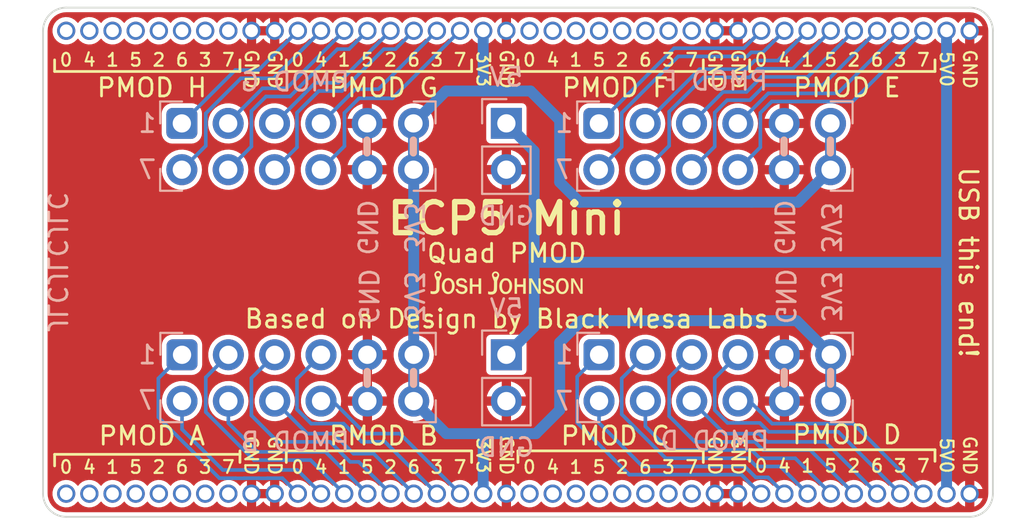
<source format=kicad_pcb>
(kicad_pcb (version 20201002) (generator pcbnew)
  (title_block (title "Quad PMOD") (date "2020-09-20") (rev "0.1") (company "Josh Johnson"))
  (layers (0 "F.Cu" signal) (31 "B.Cu" signal) (34 "B.Paste" user) (35 "F.Paste" user) (36 "B.SilkS" user "B.Silkscreen") (37 "F.SilkS" user "F.Silkscreen") (38 "B.Mask" user) (39 "F.Mask" user) (44 "Edge.Cuts" user))
  (net 0 "")
  (net 1 "/PORT_B0")
  (net 2 "/PORT_B4")
  (net 3 "/PORT_B1")
  (net 4 "/PORT_B5")
  (net 5 "/PORT_B2")
  (net 6 "/PORT_B6")
  (net 7 "/PORT_B3")
  (net 8 "/PORT_B7")
  (net 9 "/PORT_C0")
  (net 10 "/PORT_C4")
  (net 11 "/PORT_C1")
  (net 12 "/PORT_C5")
  (net 13 "/PORT_C2")
  (net 14 "/PORT_C6")
  (net 15 "/PORT_C3")
  (net 16 "/PORT_C7")
  (net 17 "/PORT_D0")
  (net 18 "/PORT_D4")
  (net 19 "/PORT_D1")
  (net 20 "/PORT_D5")
  (net 21 "/PORT_D2")
  (net 22 "/PORT_D6")
  (net 23 "/PORT_D3")
  (net 24 "/PORT_D7")
  (net 25 "/PORT_G0")
  (net 26 "/PORT_G4")
  (net 27 "/PORT_G1")
  (net 28 "/PORT_G5")
  (net 29 "/PORT_G2")
  (net 30 "/PORT_G6")
  (net 31 "/PORT_G3")
  (net 32 "/PORT_G7")
  (net 33 "/PORT_F0")
  (net 34 "/PORT_F4")
  (net 35 "/PORT_F1")
  (net 36 "/PORT_F5")
  (net 37 "/PORT_F2")
  (net 38 "/PORT_F6")
  (net 39 "/PORT_F3")
  (net 40 "/PORT_F7")
  (net 41 "/PORT_E0")
  (net 42 "GND")
  (net 43 "+5V")
  (net 44 "/PORT_E4")
  (net 45 "/PORT_E1")
  (net 46 "/PORT_E5")
  (net 47 "/PORT_E2")
  (net 48 "+3V3")
  (net 49 "/PORT_E6")
  (net 50 "/PORT_E3")
  (net 51 "/PORT_E7")
  (net 52 "/PORT_H7")
  (net 53 "/PORT_H3")
  (net 54 "/PORT_H6")
  (net 55 "/PORT_H2")
  (net 56 "/PORT_H5")
  (net 57 "/PORT_H1")
  (net 58 "/PORT_H4")
  (net 59 "/PORT_H0")
  (net 60 "/PORT_A0")
  (net 61 "/PORT_A4")
  (net 62 "/PORT_A1")
  (net 63 "/PORT_A5")
  (net 64 "/PORT_A2")
  (net 65 "/PORT_A6")
  (net 66 "/PORT_A3")
  (net 67 "/PORT_A7")
  (module "josh-connectors:ECP5-Mini-Edge-40x1.27" (layer "F.Cu") (at 117.348 80.264 90)
    (fp_text reference "J4" hide)
    (fp_text value "S7 Mini")
    (pad "1" thru_hole circle (at 1.27 0 90) (size 1 1) (drill 0.7) (layers *.Cu *.Mask) (net 59 "/PORT_H0") (clearance 0.25))
    (pad "2" thru_hole oval (at 1.27 1.27 90) (size 1 1) (drill 0.7) (layers *.Cu *.Mask) (net 58 "/PORT_H4") (clearance 0.25))
    (pad "3" thru_hole oval (at 1.27 2.54 90) (size 1 1) (drill 0.7) (layers *.Cu *.Mask) (net 57 "/PORT_H1") (clearance 0.25))
    (pad "4" thru_hole oval (at 1.27 3.81 90) (size 1 1) (drill 0.7) (layers *.Cu *.Mask) (net 56 "/PORT_H5") (clearance 0.25))
    (pad "5" thru_hole oval (at 1.27 5.08 90) (size 1 1) (drill 0.7) (layers *.Cu *.Mask) (net 55 "/PORT_H2") (clearance 0.25))
    (pad "6" thru_hole oval (at 1.27 6.35 90) (size 1 1) (drill 0.7) (layers *.Cu *.Mask) (net 54 "/PORT_H6") (clearance 0.25))
    (pad "7" thru_hole oval (at 1.27 7.62 90) (size 1 1) (drill 0.7) (layers *.Cu *.Mask) (net 53 "/PORT_H3") (clearance 0.25))
    (pad "8" thru_hole oval (at 1.27 8.89 90) (size 1 1) (drill 0.7) (layers *.Cu *.Mask) (net 52 "/PORT_H7") (clearance 0.25))
    (pad "9" thru_hole oval (at 1.27 10.16 90) (size 1 1) (drill 0.7) (layers *.Cu *.Mask) (net 42 "GND") (clearance 0.25))
    (pad "10" thru_hole oval (at 1.27 11.43 90) (size 1 1) (drill 0.7) (layers *.Cu *.Mask) (net 42 "GND") (clearance 0.25))
    (pad "11" thru_hole oval (at 1.27 12.7 90) (size 1 1) (drill 0.7) (layers *.Cu *.Mask) (net 25 "/PORT_G0") (clearance 0.25))
    (pad "12" thru_hole oval (at 1.27 13.97 90) (size 1 1) (drill 0.7) (layers *.Cu *.Mask) (net 26 "/PORT_G4") (clearance 0.25))
    (pad "13" thru_hole oval (at 1.27 15.24 90) (size 1 1) (drill 0.7) (layers *.Cu *.Mask) (net 27 "/PORT_G1") (clearance 0.25))
    (pad "14" thru_hole oval (at 1.27 16.51 90) (size 1 1) (drill 0.7) (layers *.Cu *.Mask) (net 28 "/PORT_G5") (clearance 0.25))
    (pad "15" thru_hole oval (at 1.27 17.78 90) (size 1 1) (drill 0.7) (layers *.Cu *.Mask) (net 29 "/PORT_G2") (clearance 0.25))
    (pad "16" thru_hole oval (at 1.27 19.05 90) (size 1 1) (drill 0.7) (layers *.Cu *.Mask) (net 30 "/PORT_G6") (clearance 0.25))
    (pad "17" thru_hole oval (at 1.27 20.32 90) (size 1 1) (drill 0.7) (layers *.Cu *.Mask) (net 31 "/PORT_G3") (clearance 0.25))
    (pad "18" thru_hole oval (at 1.27 21.59 90) (size 1 1) (drill 0.7) (layers *.Cu *.Mask) (net 32 "/PORT_G7"))
    (pad "19" thru_hole oval (at 1.27 22.86 90) (size 1 1) (drill 0.7) (layers *.Cu *.Mask) (net 48 "+3V3"))
    (pad "20" thru_hole oval (at 1.27 24.13 90) (size 1 1) (drill 0.7) (layers *.Cu *.Mask) (net 42 "GND"))
    (pad "21" thru_hole oval (at 1.27 25.4 90) (size 1 1) (drill 0.7) (layers *.Cu *.Mask) (net 33 "/PORT_F0") (clearance 0.25))
    (pad "22" thru_hole oval (at 1.27 26.67 90) (size 1 1) (drill 0.7) (layers *.Cu *.Mask) (net 34 "/PORT_F4") (clearance 0.25))
    (pad "23" thru_hole oval (at 1.27 27.94 90) (size 1 1) (drill 0.7) (layers *.Cu *.Mask) (net 35 "/PORT_F1") (clearance 0.25))
    (pad "24" thru_hole oval (at 1.27 29.21 90) (size 1 1) (drill 0.7) (layers *.Cu *.Mask) (net 36 "/PORT_F5") (clearance 0.25))
    (pad "25" thru_hole oval (at 1.27 30.48 90) (size 1 1) (drill 0.7) (layers *.Cu *.Mask) (net 37 "/PORT_F2"))
    (pad "26" thru_hole oval (at 1.27 31.75 90) (size 1 1) (drill 0.7) (layers *.Cu *.Mask) (net 38 "/PORT_F6"))
    (pad "27" thru_hole oval (at 1.27 33.02 90) (size 1 1) (drill 0.7) (layers *.Cu *.Mask) (net 39 "/PORT_F3") (clearance 0.25))
    (pad "28" thru_hole oval (at 1.27 34.29 90) (size 1 1) (drill 0.7) (layers *.Cu *.Mask) (net 40 "/PORT_F7"))
    (pad "29" thru_hole oval (at 1.27 35.56 90) (size 1 1) (drill 0.7) (layers *.Cu *.Mask) (net 42 "GND") (clearance 0.25))
    (pad "30" thru_hole oval (at 1.27 36.83 90) (size 1 1) (drill 0.7) (layers *.Cu *.Mask) (net 42 "GND") (clearance 0.25))
    (pad "31" thru_hole oval (at 1.27 38.1 90) (size 1 1) (drill 0.7) (layers *.Cu *.Mask) (net 41 "/PORT_E0"))
    (pad "32" thru_hole oval (at 1.27 39.37 90) (size 1 1) (drill 0.7) (layers *.Cu *.Mask) (net 44 "/PORT_E4") (clearance 0.25))
    (pad "33" thru_hole oval (at 1.27 40.64 90) (size 1 1) (drill 0.7) (layers *.Cu *.Mask) (net 45 "/PORT_E1") (clearance 0.25))
    (pad "34" thru_hole oval (at 1.27 41.91 90) (size 1 1) (drill 0.7) (layers *.Cu *.Mask) (net 46 "/PORT_E5") (clearance 0.25))
    (pad "35" thru_hole oval (at 1.27 43.18 90) (size 1 1) (drill 0.7) (layers *.Cu *.Mask) (net 47 "/PORT_E2") (clearance 0.25))
    (pad "36" thru_hole oval (at 1.27 44.45 90) (size 1 1) (drill 0.7) (layers *.Cu *.Mask) (net 49 "/PORT_E6"))
    (pad "37" thru_hole oval (at 1.27 45.72 90) (size 1 1) (drill 0.7) (layers *.Cu *.Mask) (net 50 "/PORT_E3") (clearance 0.25))
    (pad "38" thru_hole oval (at 1.27 46.99 90) (size 1 1) (drill 0.7) (layers *.Cu *.Mask) (net 51 "/PORT_E7"))
    (pad "39" thru_hole oval (at 1.27 48.26 90) (size 1 1) (drill 0.7) (layers *.Cu *.Mask) (net 43 "+5V"))
    (pad "40" thru_hole oval (at 1.27 49.53 90) (size 1 1) (drill 0.7) (layers *.Cu *.Mask) (net 42 "GND"))
  )
  (module "josh-logos:josh-johnson-logo-8_6x1_5" (layer "F.Cu") (at 141.5 92.8)
    (fp_text reference "LOGO1" hide)
    (fp_text value "Josh-Logo" hide)
  )
  (module "josh-connectors:PMOD_HOST" (layer "B.Cu") (at 146.558 84.074 -90)
    (fp_text reference "J8" hide)
    (fp_text value "PMOD")
    (fp_text user "3V3" (at 5.715 -12.7 -90 unlocked) (layer "B.SilkS") (effects (justify mirror)))
    (fp_text user "GND" (at 5.715 -10.14 -90 unlocked) (layer "B.SilkS") (effects (justify mirror)))
    (fp_text user "1" (at 0 1.905 unlocked) (layer "B.SilkS") (effects (justify mirror)))
    (fp_text user "7" (at 2.54 1.905 unlocked) (layer "B.SilkS") (effects (justify mirror)))
    (pad "1" thru_hole roundrect (at 0.0032 0.01044 90) (size 1.7 1.7) (drill 1) (layers *.Cu *.Mask) (roundrect_rratio 0.2) (net 41 "/PORT_E0"))
    (pad "2" thru_hole oval (at 0.0032 -2.52956 90) (size 1.7 1.7) (drill 1) (layers *.Cu *.Mask) (net 45 "/PORT_E1"))
    (pad "3" thru_hole oval (at 0.0032 -5.06956 90) (size 1.7 1.7) (drill 1) (layers *.Cu *.Mask) (net 47 "/PORT_E2"))
    (pad "4" thru_hole oval (at 0.0032 -7.60956 90) (size 1.7 1.7) (drill 1) (layers *.Cu *.Mask) (net 50 "/PORT_E3"))
    (pad "5" thru_hole oval (at 0.0032 -10.14956 90) (size 1.7 1.7) (drill 1) (layers *.Cu *.Mask) (net 42 "GND"))
    (pad "6" thru_hole oval (at 0.0032 -12.68956 90) (size 1.7 1.7) (drill 1) (layers *.Cu *.Mask) (net 48 "+3V3"))
    (pad "7" thru_hole oval (at 2.5432 0.01044 90) (size 1.7 1.7) (drill 1) (layers *.Cu *.Mask) (net 44 "/PORT_E4"))
    (pad "8" thru_hole oval (at 2.5432 -2.52956 90) (size 1.7 1.7) (drill 1) (layers *.Cu *.Mask) (net 46 "/PORT_E5"))
    (pad "9" thru_hole oval (at 2.5432 -5.06956 90) (size 1.7 1.7) (drill 1) (layers *.Cu *.Mask) (net 49 "/PORT_E6"))
    (pad "10" thru_hole oval (at 2.5432 -7.60956 90) (size 1.7 1.7) (drill 1) (layers *.Cu *.Mask) (net 51 "/PORT_E7"))
    (pad "11" thru_hole oval (at 2.5432 -10.14956 90) (size 1.7 1.7) (drill 1) (layers *.Cu *.Mask) (net 42 "GND"))
    (pad "12" thru_hole oval (at 2.5432 -12.68956 90) (size 1.7 1.7) (drill 1) (layers *.Cu *.Mask) (net 48 "+3V3"))
  )
  (module "Connector_PinSocket_2.54mm:PinSocket_1x02_P2.54mm_Vertical" (layer "B.Cu") (at 141.478 84.074 180)
    (fp_text reference "J6" hide)
    (fp_text value "PWR")
    (pad "1" thru_hole rect (at 0 0 180) (size 1.7 1.7) (drill 1) (layers *.Cu *.Mask) (net 43 "+5V"))
    (pad "2" thru_hole oval (at 0 -2.54 180) (size 1.7 1.7) (drill 1) (layers *.Cu *.Mask) (net 42 "GND"))
  )
  (module "josh-connectors:PMOD_HOST" (layer "B.Cu") (at 123.698 84.074 -90)
    (fp_text reference "J7" hide)
    (fp_text value "PMOD")
    (fp_text user "7" (at 2.54 1.905 unlocked) (layer "B.SilkS") (effects (justify mirror)))
    (fp_text user "1" (at 0 1.905 unlocked) (layer "B.SilkS") (effects (justify mirror)))
    (fp_text user "GND" (at 5.715 -10.14 -90 unlocked) (layer "B.SilkS") (effects (justify mirror)))
    (fp_text user "3V3" (at 5.715 -12.7 -90 unlocked) (layer "B.SilkS") (effects (justify mirror)))
    (pad "1" thru_hole roundrect (at 0.0032 0.01044 90) (size 1.7 1.7) (drill 1) (layers *.Cu *.Mask) (roundrect_rratio 0.2) (net 25 "/PORT_G0"))
    (pad "2" thru_hole oval (at 0.0032 -2.52956 90) (size 1.7 1.7) (drill 1) (layers *.Cu *.Mask) (net 27 "/PORT_G1"))
    (pad "3" thru_hole oval (at 0.0032 -5.06956 90) (size 1.7 1.7) (drill 1) (layers *.Cu *.Mask) (net 29 "/PORT_G2"))
    (pad "4" thru_hole oval (at 0.0032 -7.60956 90) (size 1.7 1.7) (drill 1) (layers *.Cu *.Mask) (net 31 "/PORT_G3"))
    (pad "5" thru_hole oval (at 0.0032 -10.14956 90) (size 1.7 1.7) (drill 1) (layers *.Cu *.Mask) (net 42 "GND"))
    (pad "6" thru_hole oval (at 0.0032 -12.68956 90) (size 1.7 1.7) (drill 1) (layers *.Cu *.Mask) (net 48 "+3V3"))
    (pad "7" thru_hole oval (at 2.5432 0.01044 90) (size 1.7 1.7) (drill 1) (layers *.Cu *.Mask) (net 26 "/PORT_G4"))
    (pad "8" thru_hole oval (at 2.5432 -2.52956 90) (size 1.7 1.7) (drill 1) (layers *.Cu *.Mask) (net 28 "/PORT_G5"))
    (pad "9" thru_hole oval (at 2.5432 -5.06956 90) (size 1.7 1.7) (drill 1) (layers *.Cu *.Mask) (net 30 "/PORT_G6"))
    (pad "10" thru_hole oval (at 2.5432 -7.60956 90) (size 1.7 1.7) (drill 1) (layers *.Cu *.Mask) (net 32 "/PORT_G7"))
    (pad "11" thru_hole oval (at 2.5432 -10.14956 90) (size 1.7 1.7) (drill 1) (layers *.Cu *.Mask) (net 42 "GND"))
    (pad "12" thru_hole oval (at 2.5432 -12.68956 90) (size 1.7 1.7) (drill 1) (layers *.Cu *.Mask) (net 48 "+3V3"))
  )
  (module "josh-connectors:ECP5-Mini-Edge-40x1.27" (layer "B.Cu") (at 117.348 103.124 -90)
    (fp_text reference "J3" hide)
    (fp_text value "S7 Mini")
    (pad "1" thru_hole circle (at 1.27 0 270) (size 1 1) (drill 0.7) (layers *.Cu *.Mask) (net 60 "/PORT_A0") (clearance 0.25))
    (pad "2" thru_hole oval (at 1.27 -1.27 270) (size 1 1) (drill 0.7) (layers *.Cu *.Mask) (net 61 "/PORT_A4") (clearance 0.25))
    (pad "3" thru_hole oval (at 1.27 -2.54 270) (size 1 1) (drill 0.7) (layers *.Cu *.Mask) (net 62 "/PORT_A1") (clearance 0.25))
    (pad "4" thru_hole oval (at 1.27 -3.81 270) (size 1 1) (drill 0.7) (layers *.Cu *.Mask) (net 63 "/PORT_A5") (clearance 0.25))
    (pad "5" thru_hole oval (at 1.27 -5.08 270) (size 1 1) (drill 0.7) (layers *.Cu *.Mask) (net 64 "/PORT_A2") (clearance 0.25))
    (pad "6" thru_hole oval (at 1.27 -6.35 270) (size 1 1) (drill 0.7) (layers *.Cu *.Mask) (net 65 "/PORT_A6") (clearance 0.25))
    (pad "7" thru_hole oval (at 1.27 -7.62 270) (size 1 1) (drill 0.7) (layers *.Cu *.Mask) (net 66 "/PORT_A3") (clearance 0.25))
    (pad "8" thru_hole oval (at 1.27 -8.89 270) (size 1 1) (drill 0.7) (layers *.Cu *.Mask) (net 67 "/PORT_A7") (clearance 0.25))
    (pad "9" thru_hole oval (at 1.27 -10.16 270) (size 1 1) (drill 0.7) (layers *.Cu *.Mask) (net 42 "GND") (clearance 0.25))
    (pad "10" thru_hole oval (at 1.27 -11.43 270) (size 1 1) (drill 0.7) (layers *.Cu *.Mask) (net 42 "GND") (clearance 0.25))
    (pad "11" thru_hole oval (at 1.27 -12.7 270) (size 1 1) (drill 0.7) (layers *.Cu *.Mask) (net 1 "/PORT_B0") (clearance 0.25))
    (pad "12" thru_hole oval (at 1.27 -13.97 270) (size 1 1) (drill 0.7) (layers *.Cu *.Mask) (net 2 "/PORT_B4") (clearance 0.25))
    (pad "13" thru_hole oval (at 1.27 -15.24 270) (size 1 1) (drill 0.7) (layers *.Cu *.Mask) (net 3 "/PORT_B1") (clearance 0.25))
    (pad "14" thru_hole oval (at 1.27 -16.51 270) (size 1 1) (drill 0.7) (layers *.Cu *.Mask) (net 4 "/PORT_B5") (clearance 0.25))
    (pad "15" thru_hole oval (at 1.27 -17.78 270) (size 1 1) (drill 0.7) (layers *.Cu *.Mask) (net 5 "/PORT_B2") (clearance 0.25))
    (pad "16" thru_hole oval (at 1.27 -19.05 270) (size 1 1) (drill 0.7) (layers *.Cu *.Mask) (net 6 "/PORT_B6") (clearance 0.25))
    (pad "17" thru_hole oval (at 1.27 -20.32 270) (size 1 1) (drill 0.7) (layers *.Cu *.Mask) (net 7 "/PORT_B3") (clearance 0.25))
    (pad "18" thru_hole oval (at 1.27 -21.59 270) (size 1 1) (drill 0.7) (layers *.Cu *.Mask) (net 8 "/PORT_B7"))
    (pad "19" thru_hole oval (at 1.27 -22.86 270) (size 1 1) (drill 0.7) (layers *.Cu *.Mask) (net 48 "+3V3"))
    (pad "20" thru_hole oval (at 1.27 -24.13 270) (size 1 1) (drill 0.7) (layers *.Cu *.Mask) (net 42 "GND"))
    (pad "21" thru_hole oval (at 1.27 -25.4 270) (size 1 1) (drill 0.7) (layers *.Cu *.Mask) (net 9 "/PORT_C0") (clearance 0.25))
    (pad "22" thru_hole oval (at 1.27 -26.67 270) (size 1 1) (drill 0.7) (layers *.Cu *.Mask) (net 10 "/PORT_C4") (clearance 0.25))
    (pad "23" thru_hole oval (at 1.27 -27.94 270) (size 1 1) (drill 0.7) (layers *.Cu *.Mask) (net 11 "/PORT_C1") (clearance 0.25))
    (pad "24" thru_hole oval (at 1.27 -29.21 270) (size 1 1) (drill 0.7) (layers *.Cu *.Mask) (net 12 "/PORT_C5") (clearance 0.25))
    (pad "25" thru_hole oval (at 1.27 -30.48 270) (size 1 1) (drill 0.7) (layers *.Cu *.Mask) (net 13 "/PORT_C2"))
    (pad "26" thru_hole oval (at 1.27 -31.75 270) (size 1 1) (drill 0.7) (layers *.Cu *.Mask) (net 14 "/PORT_C6"))
    (pad "27" thru_hole oval (at 1.27 -33.02 270) (size 1 1) (drill 0.7) (layers *.Cu *.Mask) (net 15 "/PORT_C3") (clearance 0.25))
    (pad "28" thru_hole oval (at 1.27 -34.29 270) (size 1 1) (drill 0.7) (layers *.Cu *.Mask) (net 16 "/PORT_C7"))
    (pad "29" thru_hole oval (at 1.27 -35.56 270) (size 1 1) (drill 0.7) (layers *.Cu *.Mask) (net 42 "GND") (clearance 0.25))
    (pad "30" thru_hole oval (at 1.27 -36.83 270) (size 1 1) (drill 0.7) (layers *.Cu *.Mask) (net 42 "GND") (clearance 0.25))
    (pad "31" thru_hole oval (at 1.27 -38.1 270) (size 1 1) (drill 0.7) (layers *.Cu *.Mask) (net 17 "/PORT_D0"))
    (pad "32" thru_hole oval (at 1.27 -39.37 270) (size 1 1) (drill 0.7) (layers *.Cu *.Mask) (net 18 "/PORT_D4") (clearance 0.25))
    (pad "33" thru_hole oval (at 1.27 -40.64 270) (size 1 1) (drill 0.7) (layers *.Cu *.Mask) (net 19 "/PORT_D1") (clearance 0.25))
    (pad "34" thru_hole oval (at 1.27 -41.91 270) (size 1 1) (drill 0.7) (layers *.Cu *.Mask) (net 20 "/PORT_D5") (clearance 0.25))
    (pad "35" thru_hole oval (at 1.27 -43.18 270) (size 1 1) (drill 0.7) (layers *.Cu *.Mask) (net 21 "/PORT_D2") (clearance 0.25))
    (pad "36" thru_hole oval (at 1.27 -44.45 270) (size 1 1) (drill 0.7) (layers *.Cu *.Mask) (net 22 "/PORT_D6"))
    (pad "37" thru_hole oval (at 1.27 -45.72 270) (size 1 1) (drill 0.7) (layers *.Cu *.Mask) (net 23 "/PORT_D3") (clearance 0.25))
    (pad "38" thru_hole oval (at 1.27 -46.99 270) (size 1 1) (drill 0.7) (layers *.Cu *.Mask) (net 24 "/PORT_D7"))
    (pad "39" thru_hole oval (at 1.27 -48.26 270) (size 1 1) (drill 0.7) (layers *.Cu *.Mask) (net 43 "+5V"))
    (pad "40" thru_hole oval (at 1.27 -49.53 270) (size 1 1) (drill 0.7) (layers *.Cu *.Mask) (net 42 "GND"))
  )
  (module "josh-connectors:PMOD_HOST" (layer "B.Cu") (at 146.56844 96.7676 -90)
    (fp_text reference "J2" hide)
    (fp_text value "PMOD")
    (fp_text user "7" (at 2.5464 1.91544 unlocked) (layer "B.SilkS") (effects (justify mirror)))
    (fp_text user "3V3" (at -3.2 -12.7 -90 unlocked) (layer "B.SilkS") (effects (justify mirror)))
    (fp_text user "1" (at 0.0064 1.91544 unlocked) (layer "B.SilkS") (effects (justify mirror)))
    (fp_text user "GND" (at -3.2 -10.2 -90 unlocked) (layer "B.SilkS") (effects (justify mirror)))
    (pad "1" thru_hole roundrect (at 0.0032 0.01044 90) (size 1.7 1.7) (drill 1) (layers *.Cu *.Mask) (roundrect_rratio 0.2) (net 17 "/PORT_D0"))
    (pad "2" thru_hole oval (at 0.0032 -2.52956 90) (size 1.7 1.7) (drill 1) (layers *.Cu *.Mask) (net 19 "/PORT_D1"))
    (pad "3" thru_hole oval (at 0.0032 -5.06956 90) (size 1.7 1.7) (drill 1) (layers *.Cu *.Mask) (net 21 "/PORT_D2"))
    (pad "4" thru_hole oval (at 0.0032 -7.60956 90) (size 1.7 1.7) (drill 1) (layers *.Cu *.Mask) (net 23 "/PORT_D3"))
    (pad "5" thru_hole oval (at 0.0032 -10.14956 90) (size 1.7 1.7) (drill 1) (layers *.Cu *.Mask) (net 42 "GND"))
    (pad "6" thru_hole oval (at 0.0032 -12.68956 90) (size 1.7 1.7) (drill 1) (layers *.Cu *.Mask) (net 48 "+3V3"))
    (pad "7" thru_hole oval (at 2.5432 0.01044 90) (size 1.7 1.7) (drill 1) (layers *.Cu *.Mask) (net 18 "/PORT_D4"))
    (pad "8" thru_hole oval (at 2.5432 -2.52956 90) (size 1.7 1.7) (drill 1) (layers *.Cu *.Mask) (net 20 "/PORT_D5"))
    (pad "9" thru_hole oval (at 2.5432 -5.06956 90) (size 1.7 1.7) (drill 1) (layers *.Cu *.Mask) (net 22 "/PORT_D6"))
    (pad "10" thru_hole oval (at 2.5432 -7.60956 90) (size 1.7 1.7) (drill 1) (layers *.Cu *.Mask) (net 24 "/PORT_D7"))
    (pad "11" thru_hole oval (at 2.5432 -10.14956 90) (size 1.7 1.7) (drill 1) (layers *.Cu *.Mask) (net 42 "GND"))
    (pad "12" thru_hole oval (at 2.5432 -12.68956 90) (size 1.7 1.7) (drill 1) (layers *.Cu *.Mask) (net 48 "+3V3"))
  )
  (module "Connector_PinSocket_2.54mm:PinSocket_1x02_P2.54mm_Vertical" (layer "B.Cu") (at 141.478 96.774 180)
    (fp_text reference "J5" hide)
    (fp_text value "PWR")
    (pad "1" thru_hole rect (at 0 0 180) (size 1.7 1.7) (drill 1) (layers *.Cu *.Mask) (net 43 "+5V"))
    (pad "2" thru_hole oval (at 0 -2.54 180) (size 1.7 1.7) (drill 1) (layers *.Cu *.Mask) (net 42 "GND"))
  )
  (module "josh-connectors:PMOD_HOST" (layer "B.Cu") (at 123.70844 96.7708 -90)
    (fp_text reference "J1" hide)
    (fp_text value "PMOD")
    (fp_text user "GND" (at -3.2 -10.2 -90 unlocked) (layer "B.SilkS") (effects (justify mirror)))
    (fp_text user "3V3" (at -3.2 -12.7 -90 unlocked) (layer "B.SilkS") (effects (justify mirror)))
    (fp_text user "7" (at 2.5 1.91544 unlocked) (layer "B.SilkS") (effects (justify mirror)))
    (fp_text user "1" (at 0.0032 1.91544 unlocked) (layer "B.SilkS") (effects (justify mirror)))
    (pad "1" thru_hole roundrect (at 0.0032 0.01044 90) (size 1.7 1.7) (drill 1) (layers *.Cu *.Mask) (roundrect_rratio 0.2) (net 1 "/PORT_B0"))
    (pad "2" thru_hole oval (at 0.0032 -2.52956 90) (size 1.7 1.7) (drill 1) (layers *.Cu *.Mask) (net 3 "/PORT_B1"))
    (pad "3" thru_hole oval (at 0.0032 -5.06956 90) (size 1.7 1.7) (drill 1) (layers *.Cu *.Mask) (net 5 "/PORT_B2"))
    (pad "4" thru_hole oval (at 0.0032 -7.60956 90) (size 1.7 1.7) (drill 1) (layers *.Cu *.Mask) (net 7 "/PORT_B3"))
    (pad "5" thru_hole oval (at 0.0032 -10.14956 90) (size 1.7 1.7) (drill 1) (layers *.Cu *.Mask) (net 42 "GND"))
    (pad "6" thru_hole oval (at 0.0032 -12.68956 90) (size 1.7 1.7) (drill 1) (layers *.Cu *.Mask) (net 48 "+3V3"))
    (pad "7" thru_hole oval (at 2.5432 0.01044 90) (size 1.7 1.7) (drill 1) (layers *.Cu *.Mask) (net 2 "/PORT_B4"))
    (pad "8" thru_hole oval (at 2.5432 -2.52956 90) (size 1.7 1.7) (drill 1) (layers *.Cu *.Mask) (net 4 "/PORT_B5"))
    (pad "9" thru_hole oval (at 2.5432 -5.06956 90) (size 1.7 1.7) (drill 1) (layers *.Cu *.Mask) (net 6 "/PORT_B6"))
    (pad "10" thru_hole oval (at 2.5432 -7.60956 90) (size 1.7 1.7) (drill 1) (layers *.Cu *.Mask) (net 8 "/PORT_B7"))
    (pad "11" thru_hole oval (at 2.5432 -10.14956 90) (size 1.7 1.7) (drill 1) (layers *.Cu *.Mask) (net 42 "GND"))
    (pad "12" thru_hole oval (at 2.5432 -12.68956 90) (size 1.7 1.7) (drill 1) (layers *.Cu *.Mask) (net 48 "+3V3"))
  )
  (gr_line (start 139.573 102.681) (end 139.573 102.046) (layer "F.SilkS") (width 0.15))
  (gr_line (start 152.273 102.046) (end 142.113 102.046) (layer "F.SilkS") (width 0.15))
  (gr_line (start 126.873 102.235) (end 116.713 102.235) (layer "F.SilkS") (width 0.15))
  (gr_line (start 154.813 80.592) (end 154.813 81.227) (layer "F.SilkS") (width 0.15))
  (gr_line (start 129.413 102.046) (end 129.413 102.681) (layer "F.SilkS") (width 0.15))
  (gr_line (start 164.973 102.6175) (end 164.973 101.9825) (layer "F.SilkS") (width 0.15))
  (gr_line (start 139.573 81.227) (end 139.573 80.592) (layer "F.SilkS") (width 0.15))
  (gr_line (start 116.713 81.227) (end 126.873 81.227) (layer "F.SilkS") (width 0.15))
  (gr_line (start 152.273 81.227) (end 152.273 80.592) (layer "F.SilkS") (width 0.15))
  (gr_line (start 142.113 80.592) (end 142.113 81.227) (layer "F.SilkS") (width 0.15))
  (gr_line (start 142.113 81.227) (end 152.273 81.227) (layer "F.SilkS") (width 0.15))
  (gr_line (start 129.413 80.592) (end 129.413 81.227) (layer "F.SilkS") (width 0.15))
  (gr_line (start 116.713 102.235) (end 116.713 102.87) (layer "F.SilkS") (width 0.15))
  (gr_line (start 164.973 101.9825) (end 154.813 101.9825) (layer "F.SilkS") (width 0.15))
  (gr_line (start 126.873 102.681) (end 126.873 102.046) (layer "F.SilkS") (width 0.15))
  (gr_line (start 139.573 102.046) (end 129.413 102.046) (layer "F.SilkS") (width 0.15))
  (gr_line (start 164.973 81.227) (end 164.973 80.592) (layer "F.SilkS") (width 0.15))
  (gr_line (start 154.813 101.9825) (end 154.813 102.6175) (layer "F.SilkS") (width 0.15))
  (gr_line (start 116.713 80.592) (end 116.713 81.227) (layer "F.SilkS") (width 0.15))
  (gr_line (start 154.813 81.227) (end 164.973 81.227) (layer "F.SilkS") (width 0.15))
  (gr_line (start 142.113 102.046) (end 142.113 102.681) (layer "F.SilkS") (width 0.15))
  (gr_line (start 152.273 102.681) (end 152.273 102.046) (layer "F.SilkS") (width 0.15))
  (gr_line (start 129.413 81.227) (end 139.573 81.227) (layer "F.SilkS") (width 0.15))
  (gr_line (start 126.873 81.227) (end 126.873 80.592) (layer "F.SilkS") (width 0.15))
  (gr_arc (start 117.348 78.994) (end 117.348 77.724) (angle -90) (layer "Edge.Cuts") (width 0.1))
  (gr_arc (start 166.878 78.994) (end 168.148 78.994) (angle -90) (layer "Edge.Cuts") (width 0.1))
  (gr_line (start 116.078 104.394) (end 116.078 78.994) (layer "Edge.Cuts") (width 0.1))
  (gr_line (start 117.348 77.724) (end 166.878 77.724) (layer "Edge.Cuts") (width 0.1))
  (gr_line (start 166.878 105.664) (end 117.348 105.664) (layer "Edge.Cuts") (width 0.1))
  (gr_arc (start 117.348 104.394) (end 116.078 104.394) (angle -90) (layer "Edge.Cuts") (width 0.1))
  (gr_line (start 168.148 78.994) (end 168.148 104.394) (layer "Edge.Cuts") (width 0.1))
  (gr_arc (start 166.878 104.394) (end 166.878 105.664) (angle -90) (layer "Edge.Cuts") (width 0.1))
  (gr_text "JLCJLCJLC" (at 116.8475 91.7 270) (layer "B.SilkS") (effects (font (size 1 1)) (justify mirror)))
  (gr_text "5V" (at 141.478 94.234) (layer "B.SilkS") (effects (font (size 1 1)) (justify mirror)))
  (gr_text "PMOD G" (at 129.899999 81.8) (layer "B.SilkS") (effects (font (size 1 1)) (justify mirror)))
  (gr_text "GND" (at 141.478 101.854) (layer "B.SilkS") (effects (font (size 1 1)) (justify mirror)))
  (gr_text "PMOD B" (at 129.899999 101.5475) (layer "B.SilkS") (effects (font (size 1 1)) (justify mirror)))
  (gr_text "PMOD D" (at 152.9 101.5) (layer "B.SilkS") (effects (font (size 1 1)) (justify mirror)))
  (gr_text "PMOD F" (at 152.9 81.7525) (layer "B.SilkS") (effects (font (size 1 1)) (justify mirror)))
  (gr_text "GND" (at 141.478 89.154) (layer "B.SilkS") (effects (font (size 1 1)) (justify mirror)))
  (gr_text "5V" (at 141.478 81.534) (layer "B.SilkS") (effects (font (size 1 1)) (justify mirror)))
  (gr_text "5" (at 146.558 80.592) (layer "F.SilkS") (effects (font (size 0.7 0.7) (thickness 0.12))))
  (gr_text "7" (at 151.638 102.935) (layer "F.SilkS") (effects (font (size 0.7 0.7) (thickness 0.12))))
  (gr_text "PMOD A" (at 122.047 101.2205) (layer "F.SilkS") (effects (font (size 1 1))))
  (gr_text "ECP5 Mini" (at 141.478 89.3) (layer "F.SilkS") (effects (font (size 1.7 1.7) (thickness 0.3))))
  (gr_text "GND" (at 166.878 102.3 270) (layer "F.SilkS") (effects (font (size 0.7 0.7) (thickness 0.12))))
  (gr_text "7" (at 138.938 80.592) (layer "F.SilkS") (effects (font (size 0.7 0.7) (thickness 0.12))))
  (gr_text "3V3" (at 140.208 102.3 270) (layer "F.SilkS") (effects (font (size 0.7 0.7) (thickness 0.12))))
  (gr_text "PMOD B" (at 134.747 101.2205) (layer "F.SilkS") (effects (font (size 1 1))))
  (gr_text "GND" (at 152.908 81.1 270) (layer "F.SilkS") (effects (font (size 0.7 0.7) (thickness 0.12))))
  (gr_text "5" (at 159.258 102.8715) (layer "F.SilkS") (effects (font (size 0.7 0.7) (thickness 0.12))))
  (gr_text "2" (at 147.828 102.935) (layer "F.SilkS") (effects (font (size 0.7 0.7) (thickness 0.12))))
  (gr_text "1" (at 132.588 80.592) (layer "F.SilkS") (effects (font (size 0.7 0.7) (thickness 0.12))))
  (gr_text "4" (at 156.718 80.592) (layer "F.SilkS") (effects (font (size 0.7 0.7) (thickness 0.12))))
  (gr_text "USB this end!" (at 166.8 91.7 270) (layer "F.SilkS") (effects (font (size 1 1))))
  (gr_text "4" (at 131.318 102.935) (layer "F.SilkS") (effects (font (size 0.7 0.7) (thickness 0.12))))
  (gr_text "3" (at 137.668 102.935) (layer "F.SilkS") (effects (font (size 0.7 0.7) (thickness 0.12))))
  (gr_text "PMOD H" (at 122.047 82.116) (layer "F.SilkS") (effects (font (size 1 1))))
  (gr_text "3" (at 124.968 80.592) (layer "F.SilkS") (effects (font (size 0.7 0.7) (thickness 0.12))))
  (gr_text "0" (at 117.338 80.592) (layer "F.SilkS") (effects (font (size 0.7 0.7) (thickness 0.12))))
  (gr_text "GND" (at 127.488 102.3 270) (layer "F.SilkS") (effects (font (size 0.7 0.7) (thickness 0.12))))
  (gr_text "2" (at 160.528 80.592) (layer "F.SilkS") (effects (font (size 0.7 0.7) (thickness 0.12))))
  (gr_text "1" (at 119.888 80.592) (layer "F.SilkS") (effects (font (size 0.7 0.7) (thickness 0.12))))
  (gr_text "PMOD C" (at 147.447 101.2205) (layer "F.SilkS") (effects (font (size 1 1))))
  (gr_text "0" (at 130.038 80.592) (layer "F.SilkS") (effects (font (size 0.7 0.7) (thickness 0.12))))
  (gr_text "GND" (at 128.778 81.1 270) (layer "F.SilkS") (effects (font (size 0.7 0.7) (thickness 0.12))))
  (gr_text "0" (at 155.438 102.8715) (layer "F.SilkS") (effects (font (size 0.7 0.7) (thickness 0.12))))
  (gr_text "GND" (at 166.878 81.1 270) (layer "F.SilkS") (effects (font (size 0.7 0.7) (thickness 0.12))))
  (gr_text "2" (at 135.128 80.592) (layer "F.SilkS") (effects (font (size 0.7 0.7) (thickness 0.12))))
  (gr_text "4" (at 156.718 102.8715) (layer "F.SilkS") (effects (font (size 0.7 0.7) (thickness 0.12))))
  (gr_text "5" (at 133.858 80.592) (layer "F.SilkS") (effects (font (size 0.7 0.7) (thickness 0.12))))
  (gr_text "4" (at 118.618 102.935) (layer "F.SilkS") (effects (font (size 0.7 0.7) (thickness 0.12))))
  (gr_text "5" (at 121.158 80.592) (layer "F.SilkS") (effects (font (size 0.7 0.7) (thickness 0.12))))
  (gr_text "2" (at 135.128 102.935) (layer "F.SilkS") (effects (font (size 0.7 0.7) (thickness 0.12))))
  (gr_text "3" (at 150.368 80.592) (layer "F.SilkS") (effects (font (size 0.7 0.7) (thickness 0.12))))
  (gr_text "4" (at 118.618 80.592) (layer "F.SilkS") (effects (font (size 0.7 0.7) (thickness 0.12))))
  (gr_text "0" (at 142.738 102.935) (layer "F.SilkS") (effects (font (size 0.7 0.7) (thickness 0.12))))
  (gr_text "7" (at 138.938 102.935) (layer "F.SilkS") (effects (font (size 0.7 0.7) (thickness 0.12))))
  (gr_text "1" (at 132.588 102.935) (layer "F.SilkS") (effects (font (size 0.7 0.7) (thickness 0.12))))
  (gr_text "5" (at 159.258 80.592) (layer "F.SilkS") (effects (font (size 0.7 0.7) (thickness 0.12))))
  (gr_text "6" (at 136.398 80.592) (layer "F.SilkS") (effects (font (size 0.7 0.7) (thickness 0.12))))
  (gr_text "5" (at 146.558 102.935) (layer "F.SilkS") (effects (font (size 0.7 0.7) (thickness 0.12))))
  (gr_text "GND" (at 141.478 81.1 270) (layer "F.SilkS") (effects (font (size 0.7 0.7) (thickness 0.12))))
  (gr_text "3" (at 124.968 102.935) (layer "F.SilkS") (effects (font (size 0.7 0.7) (thickness 0.12))))
  (gr_text "1" (at 157.988 102.8715) (layer "F.SilkS") (effects (font (size 0.7 0.7) (thickness 0.12))))
  (gr_text "4" (at 144.018 102.935) (layer "F.SilkS") (effects (font (size 0.7 0.7) (thickness 0.12))))
  (gr_text "1" (at 157.988 80.592) (layer "F.SilkS") (effects (font (size 0.7 0.7) (thickness 0.12))))
  (gr_text "5V0" (at 165.608 102.3 270) (layer "F.SilkS") (effects (font (size 0.7 0.7) (thickness 0.12))))
  (gr_text "GND" (at 127.508 81.1 270) (layer "F.SilkS") (effects (font (size 0.7 0.7) (thickness 0.12))))
  (gr_text "PMOD E" (at 160.147 82.116) (layer "F.SilkS") (effects (font (size 1 1))))
  (gr_text "5" (at 133.858 102.935) (layer "F.SilkS") (effects (font (size 0.7 0.7) (thickness 0.12))))
  (gr_text "6" (at 161.798 102.8715) (layer "F.SilkS") (effects (font (size 0.7 0.7) (thickness 0.12))))
  (gr_text "7" (at 151.638 80.592) (layer "F.SilkS") (effects (font (size 0.7 0.7) (thickness 0.12))))
  (gr_text "7" (at 164.338 80.592) (layer "F.SilkS") (effects (font (size 0.7 0.7) (thickness 0.12))))
  (gr_text "4" (at 131.318 80.592) (layer "F.SilkS") (effects (font (size 0.7 0.7) (thickness 0.12))))
  (gr_text "1" (at 119.888 102.935) (layer "F.SilkS") (effects (font (size 0.7 0.7) (thickness 0.12))))
  (gr_text "6" (at 123.698 102.935) (layer "F.SilkS") (effects (font (size 0.7 0.7) (thickness 0.12))))
  (gr_text "6" (at 161.798 80.592) (layer "F.SilkS") (effects (font (size 0.7 0.7) (thickness 0.12))))
  (gr_text "3V3" (at 140.208 81.1 270) (layer "F.SilkS") (effects (font (size 0.7 0.7) (thickness 0.12))))
  (gr_text "GND" (at 141.478 102.3 270) (layer "F.SilkS") (effects (font (size 0.7 0.7) (thickness 0.12))))
  (gr_text "3" (at 163.068 102.8715) (layer "F.SilkS") (effects (font (size 0.7 0.7) (thickness 0.12))))
  (gr_text "0" (at 142.738 80.592) (layer "F.SilkS") (effects (font (size 0.7 0.7) (thickness 0.12))))
  (gr_text "6" (at 123.698 80.592) (layer "F.SilkS") (effects (font (size 0.7 0.7) (thickness 0.12))))
  (gr_text "7" (at 126.238 80.592) (layer "F.SilkS") (effects (font (size 0.7 0.7) (thickness 0.12))))
  (gr_text "1" (at 145.288 102.935) (layer "F.SilkS") (effects (font (size 0.7 0.7) (thickness 0.12))))
  (gr_text "6" (at 149.098 102.935) (layer "F.SilkS") (effects (font (size 0.7 0.7) (thickness 0.12))))
  (gr_text "Quad PMOD" (at 141.5 91.2) (layer "F.SilkS") (effects (font (size 1 1))))
  (gr_text "PMOD G" (at 134.747 82.116) (layer "F.SilkS") (effects (font (size 1 1))))
  (gr_text "3" (at 137.668 80.592) (layer "F.SilkS") (effects (font (size 0.7 0.7) (thickness 0.12))))
  (gr_text "0" (at 155.438 80.592) (layer "F.SilkS") (effects (font (size 0.7 0.7) (thickness 0.12))))
  (gr_text "7" (at 126.238 102.935) (layer "F.SilkS") (effects (font (size 0.7 0.7) (thickness 0.12))))
  (gr_text "7" (at 164.338 102.8715) (layer "F.SilkS") (effects (font (size 0.7 0.7) (thickness 0.12))))
  (gr_text "0" (at 117.338 102.935) (layer "F.SilkS") (effects (font (size 0.7 0.7) (thickness 0.12))))
  (gr_text "1" (at 145.288 80.592) (layer "F.SilkS") (effects (font (size 0.7 0.7) (thickness 0.12))))
  (gr_text "0" (at 130.038 102.935) (layer "F.SilkS") (effects (font (size 0.7 0.7) (thickness 0.12))))
  (gr_text "2" (at 147.828 80.592) (layer "F.SilkS") (effects (font (size 0.7 0.7) (thickness 0.12))))
  (gr_text "5" (at 121.158 102.935) (layer "F.SilkS") (effects (font (size 0.7 0.7) (thickness 0.12))))
  (gr_text "2" (at 122.428 102.935) (layer "F.SilkS") (effects (font (size 0.7 0.7) (thickness 0.12))))
  (gr_text "4" (at 144.018 80.592) (layer "F.SilkS") (effects (font (size 0.7 0.7) (thickness 0.12))))
  (gr_text "GND" (at 154.178 102.3 270) (layer "F.SilkS") (effects (font (size 0.7 0.7) (thickness 0.12))))
  (gr_text "2" (at 122.428 80.592) (layer "F.SilkS") (effects (font (size 0.7 0.7) (thickness 0.12))))
  (gr_text "GND" (at 128.778 102.3 270) (layer "F.SilkS") (effects (font (size 0.7 0.7) (thickness 0.12))))
  (gr_text "3" (at 163.068 80.592) (layer "F.SilkS") (effects (font (size 0.7 0.7) (thickness 0.12))))
  (gr_text "3" (at 150.368 102.935) (layer "F.SilkS") (effects (font (size 0.7 0.7) (thickness 0.12))))
  (gr_text "PMOD F" (at 147.447 82.116) (layer "F.SilkS") (effects (font (size 1 1))))
  (gr_text "5V0" (at 165.608 81.1 270) (layer "F.SilkS") (effects (font (size 0.7 0.7) (thickness 0.12))))
  (gr_text "2" (at 160.528 102.8715) (layer "F.SilkS") (effects (font (size 0.7 0.7) (thickness 0.12))))
  (gr_text "6" (at 149.098 80.592) (layer "F.SilkS") (effects (font (size 0.7 0.7) (thickness 0.12))))
  (gr_text "GND" (at 154.178 81.1 270) (layer "F.SilkS") (effects (font (size 0.7 0.7) (thickness 0.12))))
  (gr_text "Based on Design by Black Mesa Labs" (at 141.5 94.8) (layer "F.SilkS") (effects (font (size 1 1))))
  (gr_text "6" (at 136.398 102.935) (layer "F.SilkS") (effects (font (size 0.7 0.7) (thickness 0.12))))
  (gr_text "GND" (at 152.908 102.3 270) (layer "F.SilkS") (effects (font (size 0.7 0.7) (thickness 0.12))))
  (gr_text "PMOD D" (at 160.147 101.157) (layer "F.SilkS") (effects (font (size 1 1))))
  (segment (start 127.099999 103.543999) (end 127.093987 103.550011) (width 0.2) (layer "B.Cu") (net 1))
  (segment (start 127.922013 103.550011) (end 127.916001 103.543999) (width 0.2) (layer "B.Cu") (net 1))
  (segment (start 127.093987 103.550011) (end 126.652013 103.550011) (width 0.2) (layer "B.Cu") (net 1))
  (segment (start 129.197999 103.543999) (end 128.369999 103.543999) (width 0.2) (layer "B.Cu") (net 1))
  (segment (start 126.646001 103.543999) (end 125.743999 103.543999) (width 0.2) (layer "B.Cu") (net 1))
  (segment (start 122.4 98.072) (end 123.698 96.774) (width 0.2) (layer "B.Cu") (net 1))
  (segment (start 127.916001 103.543999) (end 127.099999 103.543999) (width 0.2) (layer "B.Cu") (net 1))
  (segment (start 125.743999 103.543999) (end 122.4 100.2) (width 0.2) (layer "B.Cu") (net 1))
  (segment (start 128.369999 103.543999) (end 128.363987 103.550011) (width 0.2) (layer "B.Cu") (net 1))
  (segment (start 128.363987 103.550011) (end 127.922013 103.550011) (width 0.2) (layer "B.Cu") (net 1))
  (segment (start 122.4 100.2) (end 122.4 98.072) (width 0.2) (layer "B.Cu") (net 1))
  (segment (start 130.048 104.394) (end 129.197999 103.543999) (width 0.2) (layer "B.Cu") (net 1))
  (segment (start 126.652013 103.550011) (end 126.646001 103.543999) (width 0.2) (layer "B.Cu") (net 1))
  (segment (start 123.698 99.314) (end 123.698 100.86159) (width 0.2) (layer "B.Cu") (net 2))
  (segment (start 125.930398 103.093988) (end 130.017988 103.093988) (width 0.2) (layer "B.Cu") (net 2))
  (segment (start 130.017988 103.093988) (end 131.318 104.394) (width 0.2) (layer "B.Cu") (net 2))
  (segment (start 123.698 100.86159) (end 125.930398 103.093988) (width 0.2) (layer "B.Cu") (net 2))
  (segment (start 125 99.914492) (end 127.635519 102.550011) (width 0.2) (layer "B.Cu") (net 3))
  (segment (start 130.744011 102.550011) (end 132.588 104.394) (width 0.2) (layer "B.Cu") (net 3))
  (segment (start 127.635519 102.550011) (end 130.744011 102.550011) (width 0.2) (layer "B.Cu") (net 3))
  (segment (start 125 98.012) (end 125 99.914492) (width 0.2) (layer "B.Cu") (net 3))
  (segment (start 126.238 96.774) (end 125 98.012) (width 0.2) (layer "B.Cu") (net 3))
  (segment (start 126.238 100.516081) (end 126.238 99.314) (width 0.2) (layer "B.Cu") (net 4))
  (segment (start 131.564 102.1) (end 127.821919 102.1) (width 0.2) (layer "B.Cu") (net 4))
  (segment (start 127.821919 102.1) (end 126.238 100.516081) (width 0.2) (layer "B.Cu") (net 4))
  (segment (start 133.858 104.394) (end 131.564 102.1) (width 0.2) (layer "B.Cu") (net 4))
  (segment (start 132.9136 102.650011) (end 133.384011 102.650011) (width 0.2) (layer "B.Cu") (net 5))
  (segment (start 128.778 96.774) (end 127.5 98.052) (width 0.2) (layer "B.Cu") (net 5))
  (segment (start 127.5 98.052) (end 127.5 100.1) (width 0.2) (layer "B.Cu") (net 5))
  (segment (start 127.5 100.1) (end 128.950011 101.550011) (width 0.2) (layer "B.Cu") (net 5))
  (segment (start 133.384011 102.650011) (end 135.128 104.394) (width 0.2) (layer "B.Cu") (net 5))
  (segment (start 128.950011 101.550011) (end 131.8136 101.550011) (width 0.2) (layer "B.Cu") (net 5))
  (segment (start 131.8136 101.550011) (end 132.9136 102.650011) (width 0.2) (layer "B.Cu") (net 5))
  (segment (start 133.1 102.2) (end 134.204 102.2) (width 0.2) (layer "B.Cu") (net 6))
  (segment (start 130.564 101.1) (end 132 101.1) (width 0.2) (layer "B.Cu") (net 6))
  (segment (start 134.204 102.2) (end 136.398 104.394) (width 0.2) (layer "B.Cu") (net 6))
  (segment (start 128.778 99.314) (end 130.564 101.1) (width 0.2) (layer "B.Cu") (net 6))
  (segment (start 132 101.1) (end 133.1 102.2) (width 0.2) (layer "B.Cu") (net 6))
  (segment (start 130 99.772002) (end 130.778007 100.550009) (width 0.2) (layer "B.Cu") (net 7))
  (segment (start 130.778007 100.550009) (end 132.556831 100.550009) (width 0.2) (layer "B.Cu") (net 7))
  (segment (start 132.556831 100.550009) (end 133.556811 101.549989) (width 0.2) (layer "B.Cu") (net 7))
  (segment (start 134.823989 101.549989) (end 137.668 104.394) (width 0.2) (layer "B.Cu") (net 7))
  (segment (start 133.556811 101.549989) (end 134.823989 101.549989) (width 0.2) (layer "B.Cu") (net 7))
  (segment (start 130 98.092) (end 130 99.772002) (width 0.2) (layer "B.Cu") (net 7))
  (segment (start 131.318 96.774) (end 130 98.092) (width 0.2) (layer "B.Cu") (net 7))
  (segment (start 133.743211 101.099978) (end 135.643978 101.099978) (width 0.2) (layer "B.Cu") (net 8))
  (segment (start 131.318 99.314) (end 131.957233 99.314) (width 0.2) (layer "B.Cu") (net 8))
  (segment (start 131.957233 99.314) (end 133.743211 101.099978) (width 0.2) (layer "B.Cu") (net 8))
  (segment (start 135.643978 101.099978) (end 138.938 104.394) (width 0.2) (layer "B.Cu") (net 8))
  (segment (start 155.404723 104.394) (end 155.448 104.394) (width 0.2) (layer "B.Cu") (net 17))
  (segment (start 145.357999 97.970801) (end 145.357999 100.49441) (width 0.2) (layer "B.Cu") (net 17))
  (segment (start 154.360778 103.350055) (end 155.404723 104.394) (width 0.2) (layer "B.Cu") (net 17))
  (segment (start 146.558 96.7708) (end 145.357999 97.970801) (width 0.2) (layer "B.Cu") (net 17))
  (segment (start 145.357999 100.49441) (end 148.213644 103.350055) (width 0.2) (layer "B.Cu") (net 17))
  (segment (start 148.213644 103.350055) (end 154.360778 103.350055) (width 0.2) (layer "B.Cu") (net 17))
  (segment (start 146.558 99.3108) (end 146.558 100.512881) (width 0.2) (layer "B.Cu") (net 18))
  (segment (start 155.1472 103.500066) (end 155.824066 103.500066) (width 0.2) (layer "B.Cu") (net 18))
  (segment (start 146.558 100.512881) (end 148.945163 102.900044) (width 0.2) (layer "B.Cu") (net 18))
  (segment (start 154.547178 102.900044) (end 155.1472 103.500066) (width 0.2) (layer "B.Cu") (net 18))
  (segment (start 148.945163 102.900044) (end 154.547178 102.900044) (width 0.2) (layer "B.Cu") (net 18))
  (segment (start 155.824066 103.500066) (end 156.718 104.394) (width 0.2) (layer "B.Cu") (net 18))
  (segment (start 155.183545 102.9) (end 156.494 102.9) (width 0.2) (layer "B.Cu") (net 19))
  (segment (start 150.213622 102.450033) (end 154.733578 102.450033) (width 0.2) (layer "B.Cu") (net 19))
  (segment (start 147.8 100.036411) (end 150.213622 102.450033) (width 0.2) (layer "B.Cu") (net 19))
  (segment (start 156.494 102.9) (end 157.988 104.394) (width 0.2) (layer "B.Cu") (net 19))
  (segment (start 154.733578 102.450033) (end 155.183545 102.9) (width 0.2) (layer "B.Cu") (net 19))
  (segment (start 147.8 98.0688) (end 147.8 100.036411) (width 0.2) (layer "B.Cu") (net 19))
  (segment (start 149.098 96.7708) (end 147.8 98.0688) (width 0.2) (layer "B.Cu") (net 19))
  (segment (start 157.313989 102.449989) (end 159.258 104.394) (width 0.2) (layer "B.Cu") (net 20))
  (segment (start 149.098 100.698) (end 150.400022 102.000022) (width 0.2) (layer "B.Cu") (net 20))
  (segment (start 154.919978 102.000022) (end 155.369945 102.449989) (width 0.2) (layer "B.Cu") (net 20))
  (segment (start 150.400022 102.000022) (end 154.919978 102.000022) (width 0.2) (layer "B.Cu") (net 20))
  (segment (start 149.098 99.3108) (end 149.098 100.698) (width 0.2) (layer "B.Cu") (net 20))
  (segment (start 155.369945 102.449989) (end 157.313989 102.449989) (width 0.2) (layer "B.Cu") (net 20))
  (segment (start 151.8136 101.550011) (end 155.106378 101.550011) (width 0.2) (layer "B.Cu") (net 21))
  (segment (start 150.4 100.136411) (end 151.8136 101.550011) (width 0.2) (layer "B.Cu") (net 21))
  (segment (start 150.4 98.0088) (end 150.4 100.136411) (width 0.2) (layer "B.Cu") (net 21))
  (segment (start 158.133978 101.999978) (end 160.528 104.394) (width 0.2) (layer "B.Cu") (net 21))
  (segment (start 155.556345 101.999978) (end 158.133978 101.999978) (width 0.2) (layer "B.Cu") (net 21))
  (segment (start 151.638 96.7708) (end 150.4 98.0088) (width 0.2) (layer "B.Cu") (net 21))
  (segment (start 155.106378 101.550011) (end 155.556345 101.999978) (width 0.2) (layer "B.Cu") (net 21))
  (segment (start 151.638 99.3108) (end 153.4272 101.1) (width 0.2) (layer "B.Cu") (net 22))
  (segment (start 155.324057 101.1) (end 155.774024 101.549967) (width 0.2) (layer "B.Cu") (net 22))
  (segment (start 158.953967 101.549967) (end 161.798 104.394) (width 0.2) (layer "B.Cu") (net 22))
  (segment (start 153.4272 101.1) (end 155.324057 101.1) (width 0.2) (layer "B.Cu") (net 22))
  (segment (start 155.774024 101.549967) (end 158.953967 101.549967) (width 0.2) (layer "B.Cu") (net 22))
  (segment (start 155.371269 100.510801) (end 155.860467 101) (width 0.2) (layer "B.Cu") (net 23))
  (segment (start 159.674 101) (end 163.068 104.394) (width 0.2) (layer "B.Cu") (net 23))
  (segment (start 155.860467 101) (end 159.674 101) (width 0.2) (layer "B.Cu") (net 23))
  (segment (start 152.9 99.808802) (end 153.601999 100.510801) (width 0.2) (layer "B.Cu") (net 23))
  (segment (start 154.178 96.7708) (end 152.9 98.0488) (width 0.2) (layer "B.Cu") (net 23))
  (segment (start 153.601999 100.510801) (end 155.371269 100.510801) (width 0.2) (layer "B.Cu") (net 23))
  (segment (start 152.9 98.0488) (end 152.9 99.808802) (width 0.2) (layer "B.Cu") (net 23))
  (segment (start 160.493989 100.549989) (end 164.338 104.394) (width 0.2) (layer "B.Cu") (net 24))
  (segment (start 154.807678 99.3108) (end 156.046867 100.549989) (width 0.2) (layer "B.Cu") (net 24))
  (segment (start 154.178 99.3108) (end 154.807678 99.3108) (width 0.2) (layer "B.Cu") (net 24))
  (segment (start 156.046867 100.549989) (end 160.493989 100.549989) (width 0.2) (layer "B.Cu") (net 24))
  (segment (start 127.892011 81.149989) (end 130.048 78.994) (width 0.2) (layer "B.Cu") (net 25))
  (segment (start 126.614771 81.149989) (end 127.892011 81.149989) (width 0.2) (layer "B.Cu") (net 25))
  (segment (start 123.68756 84.0772) (end 126.614771 81.149989) (width 0.2) (layer "B.Cu") (net 25))
  (segment (start 126.928757 81.6) (end 125 83.528757) (width 0.2) (layer "B.Cu") (net 26))
  (segment (start 125 85.30476) (end 123.68756 86.6172) (width 0.2) (layer "B.Cu") (net 26))
  (segment (start 131.318 78.994) (end 128.712 81.6) (width 0.2) (layer "B.Cu") (net 26))
  (segment (start 128.712 81.6) (end 126.928757 81.6) (width 0.2) (layer "B.Cu") (net 26))
  (segment (start 125 83.528757) (end 125 85.30476) (width 0.2) (layer "B.Cu") (net 26))
  (segment (start 128.1136 82.149989) (end 126.22756 84.036029) (width 0.2) (layer "B.Cu") (net 27))
  (segment (start 132.588 78.994) (end 129.432011 82.149989) (width 0.2) (layer "B.Cu") (net 27))
  (segment (start 126.22756 84.036029) (end 126.22756 84.0772) (width 0.2) (layer "B.Cu") (net 27))
  (segment (start 129.432011 82.149989) (end 128.1136 82.149989) (width 0.2) (layer "B.Cu") (net 27))
  (segment (start 127.5 85.34476) (end 126.22756 86.6172) (width 0.2) (layer "B.Cu") (net 28))
  (segment (start 127.5 83.4) (end 127.5 85.34476) (width 0.2) (layer "B.Cu") (net 28))
  (segment (start 129.618411 82.6) (end 128.3 82.6) (width 0.2) (layer "B.Cu") (net 28))
  (segment (start 128.3 82.6) (end 127.5 83.4) (width 0.2) (layer "B.Cu") (net 28))
  (segment (start 132.852 80) (end 132.218411 80) (width 0.2) (layer "B.Cu") (net 28))
  (segment (start 132.218411 80) (end 129.618411 82.6) (width 0.2) (layer "B.Cu") (net 28))
  (segment (start 133.858 78.994) (end 132.852 80) (width 0.2) (layer "B.Cu") (net 28))
  (segment (start 135.128 78.994) (end 132.272011 81.849989) (width 0.2) (layer "B.Cu") (net 29))
  (segment (start 132.272011 81.849989) (end 131.004833 81.849989) (width 0.2) (layer "B.Cu") (net 29))
  (segment (start 128.777622 84.0772) (end 128.76756 84.0772) (width 0.2) (layer "B.Cu") (net 29))
  (segment (start 131.004833 81.849989) (end 128.777622 84.0772) (width 0.2) (layer "B.Cu") (net 29))
  (segment (start 132.463589 82.3) (end 131.191233 82.3) (width 0.2) (layer "B.Cu") (net 30))
  (segment (start 134.763589 80) (end 132.463589 82.3) (width 0.2) (layer "B.Cu") (net 30))
  (segment (start 135.392 80) (end 134.763589 80) (width 0.2) (layer "B.Cu") (net 30))
  (segment (start 130 83.491233) (end 130 85.38476) (width 0.2) (layer "B.Cu") (net 30))
  (segment (start 136.398 78.994) (end 135.392 80) (width 0.2) (layer "B.Cu") (net 30))
  (segment (start 130 85.38476) (end 128.76756 86.6172) (width 0.2) (layer "B.Cu") (net 30))
  (segment (start 131.191233 82.3) (end 130 83.491233) (width 0.2) (layer "B.Cu") (net 30))
  (segment (start 134.462 82.2) (end 133.2 82.2) (width 0.2) (layer "B.Cu") (net 31))
  (segment (start 131.3228 84.0772) (end 131.30756 84.0772) (width 0.2) (layer "B.Cu") (net 31))
  (segment (start 133.2 82.2) (end 131.3228 84.0772) (width 0.2) (layer "B.Cu") (net 31))
  (segment (start 137.668 78.994) (end 134.462 82.2) (width 0.2) (layer "B.Cu") (net 31))
  (segment (start 131.30756 86.6172) (end 132.6 85.32476) (width 0.2) (layer "B.Cu") (net 32))
  (segment (start 133.4 82.7) (end 135.232 82.7) (width 0.2) (layer "B.Cu") (net 32))
  (segment (start 132.6 85.32476) (end 132.6 83.5) (width 0.2) (layer "B.Cu") (net 32))
  (segment (start 135.232 82.7) (end 138.938 78.994) (width 0.2) (layer "B.Cu") (net 32))
  (segment (start 132.6 83.5) (end 133.4 82.7) (width 0.2) (layer "B.Cu") (net 32))
  (segment (start 146.54756 84.0772) (end 150.674815 79.949945) (width 0.2) (layer "B.Cu") (net 41))
  (segment (start 154.492055 79.949945) (end 155.448 78.994) (width 0.2) (layer "B.Cu") (net 41))
  (segment (start 150.674815 79.949945) (end 154.492055 79.949945) (width 0.2) (layer "B.Cu") (net 41))
  (segment (start 133.858 86.62764) (end 133.84756 86.6172) (width 0.6) (layer "B.Cu") (net 42))
  (segment (start 165.608 92.508) (end 165.608 92.892) (width 0.6) (layer "B.Cu") (net 43))
  (segment (start 143 85.596) (end 143 91.7) (width 0.6) (layer "B.Cu") (net 43))
  (segment (start 165.6 91.7) (end 165.608 91.692) (width 0.6) (layer "B.Cu") (net 43))
  (segment (start 141.478 84.074) (end 143 85.596) (width 0.6) (layer "B.Cu") (net 43))
  (segment (start 143 92.4) (end 143 91.7) (width 0.6) (layer "B.Cu") (net 43))
  (segment (start 141.478 96.774) (end 143 95.252) (width 0.6) (layer "B.Cu") (net 43))
  (segment (start 165.608 91.692) (end 165.608 78.994) (width 0.6) (layer "B.Cu") (net 43))
  (segment (start 143 95.252) (end 143 92.4) (width 0.6) (layer "B.Cu") (net 43))
  (segment (start 165.608 92.892) (end 165.608 104.394) (width 0.6) (layer "B.Cu") (net 43))
  (segment (start 165.608 92.892) (end 165.608 91.692) (width 0.6) (layer "B.Cu") (net 43))
  (segment (start 143 91.7) (end 165.6 91.7) (width 0.6) (layer "B.Cu") (net 43))
  (segment (start 150.900044 80.399956) (end 154.681578 80.399956) (width 0.2) (layer "B.Cu") (net 44))
  (segment (start 146.54756 86.6172) (end 147.8 85.36476) (width 0.2) (layer "B.Cu") (net 44))
  (segment (start 147.8 83.5) (end 150.900044 80.399956) (width 0.2) (layer "B.Cu") (net 44))
  (segment (start 154.904401 80.177133) (end 155.534866 80.177133) (width 0.2) (layer "B.Cu") (net 44))
  (segment (start 155.534866 80.177133) (end 156.718 78.994) (width 0.2) (layer "B.Cu") (net 44))
  (segment (start 154.681578 80.399956) (end 154.904401 80.177133) (width 0.2) (layer "B.Cu") (net 44))
  (segment (start 147.8 85.36476) (end 147.8 83.5) (width 0.2) (layer "B.Cu") (net 44))
  (segment (start 154.617945 81.1) (end 155.090801 80.627144) (width 0.2) (layer "B.Cu") (net 45))
  (segment (start 156.354856 80.627144) (end 157.988 78.994) (width 0.2) (layer "B.Cu") (net 45))
  (segment (start 155.090801 80.627144) (end 156.354856 80.627144) (width 0.2) (layer "B.Cu") (net 45))
  (segment (start 149.08756 84.0772) (end 152.06476 81.1) (width 0.2) (layer "B.Cu") (net 45))
  (segment (start 152.06476 81.1) (end 154.617945 81.1) (width 0.2) (layer "B.Cu") (net 45))
  (segment (start 150.4 85.30476) (end 150.4 83.43641) (width 0.2) (layer "B.Cu") (net 46))
  (segment (start 152.286399 81.550011) (end 154.804345 81.550011) (width 0.2) (layer "B.Cu") (net 46))
  (segment (start 154.804345 81.550011) (end 155.277201 81.077155) (width 0.2) (layer "B.Cu") (net 46))
  (segment (start 149.08756 86.6172) (end 150.4 85.30476) (width 0.2) (layer "B.Cu") (net 46))
  (segment (start 155.277201 81.077155) (end 157.174845 81.077155) (width 0.2) (layer "B.Cu") (net 46))
  (segment (start 157.174845 81.077155) (end 159.258 78.994) (width 0.2) (layer "B.Cu") (net 46))
  (segment (start 150.4 83.43641) (end 152.286399 81.550011) (width 0.2) (layer "B.Cu") (net 46))
  (segment (start 151.62756 84.0772) (end 153.354771 82.349989) (width 0.2) (layer "B.Cu") (net 47))
  (segment (start 155.463601 81.527166) (end 157.994834 81.527166) (width 0.2) (layer "B.Cu") (net 47))
  (segment (start 154.640778 82.349989) (end 155.463601 81.527166) (width 0.2) (layer "B.Cu") (net 47))
  (segment (start 153.354771 82.349989) (end 154.640778 82.349989) (width 0.2) (layer "B.Cu") (net 47))
  (segment (start 157.994834 81.527166) (end 160.528 78.994) (width 0.2) (layer "B.Cu") (net 47))
  (segment (start 140.208 101.1) (end 143.1 101.1) (width 0.6) (layer "B.Cu") (net 48))
  (segment (start 136.398 99.314) (end 136.398 96.774) (width 0.6) (layer "B.Cu") (net 48))
  (segment (start 157.46476 88.4) (end 159.24756 86.6172) (width 0.6) (layer "B.Cu") (net 48))
  (segment (start 140.208 80.842) (end 140.208 82.3) (width 0.6) (layer "B.Cu") (net 48))
  (segment (start 159.24756 86.6172) (end 159.24756 84.0772) (width 0.6) (layer "B.Cu") (net 48))
  (segment (start 140.208 104.394) (end 140.208 101.1) (width 0.6) (layer "B.Cu") (net 48))
  (segment (start 145.5 88.4) (end 154.92476 88.4) (width 0.6) (layer "B.Cu") (net 48))
  (segment (start 136.38756 84.0772) (end 136.38756 86.6172) (width 0.6) (layer "B.Cu") (net 48))
  (segment (start 142.8 82.3) (end 144.4 83.9) (width 0.6) (layer "B.Cu") (net 48))
  (segment (start 138.16476 82.3) (end 136.38756 84.0772) (width 0.6) (layer "B.Cu") (net 48))
  (segment (start 154.8472 94.9) (end 157.3872 94.9) (width 0.6) (layer "B.Cu") (net 48))
  (segment (start 136.398 86.62764) (end 136.38756 86.6172) (width 0.6) (layer "B.Cu") (net 48))
  (segment (start 136.398 96.774) (end 136.398 86.62764) (width 0.6) (layer "B.Cu") (net 48))
  (segment (start 140.208 82.3) (end 138.16476 82.3) (width 0.6) (layer "B.Cu") (net 48))
  (segment (start 154.92476 88.4) (end 157.46476 88.4) (width 0.6) (layer "B.Cu") (net 48))
  (segment (start 140.208 80.842) (end 140.208 78.994) (width 0.6) (layer "B.Cu") (net 48))
  (segment (start 138.184 101.1) (end 136.398 99.314) (width 0.6) (layer "B.Cu") (net 48))
  (segment (start 157.3872 94.9) (end 159.258 96.7708) (width 0.6) (layer "B.Cu") (net 48))
  (segment (start 140.208 82.3) (end 142.8 82.3) (width 0.6) (layer "B.Cu") (net 48))
  (segment (start 159.258 96.7708) (end 159.258 99.3108) (width 0.6) (layer "B.Cu") (net 48))
  (segment (start 143.1 101.1) (end 144.4 99.8) (width 0.6) (layer "B.Cu") (net 48))
  (segment (start 144.4 83.9) (end 144.4 87.3) (width 0.6) (layer "B.Cu") (net 48))
  (segment (start 144.4 87.3) (end 145.5 88.4) (width 0.6) (layer "B.Cu") (net 48))
  (segment (start 144.4 99.8) (end 144.4 96.1) (width 0.6) (layer "B.Cu") (net 48))
  (segment (start 144.4 96.1) (end 145.6 94.9) (width 0.6) (layer "B.Cu") (net 48))
  (segment (start 140.208 101.1) (end 138.184 101.1) (width 0.6) (layer "B.Cu") (net 48))
  (segment (start 145.6 94.9) (end 154.8472 94.9) (width 0.6) (layer "B.Cu") (net 48))
  (segment (start 152.9 83.484379) (end 153.584379 82.8) (width 0.2) (layer "B.Cu") (net 49))
  (segment (start 158.814823 81.977177) (end 161.798 78.994) (width 0.2) (layer "B.Cu") (net 49))
  (segment (start 151.62756 86.6172) (end 152.9 85.34476) (width 0.2) (layer "B.Cu") (net 49))
  (segment (start 153.584379 82.8) (end 154.827178 82.8) (width 0.2) (layer "B.Cu") (net 49))
  (segment (start 155.650001 81.977177) (end 158.814823 81.977177) (width 0.2) (layer "B.Cu") (net 49))
  (segment (start 152.9 85.34476) (end 152.9 83.484379) (width 0.2) (layer "B.Cu") (net 49))
  (segment (start 154.827178 82.8) (end 155.650001 81.977177) (width 0.2) (layer "B.Cu") (net 49))
  (segment (start 159.634812 82.427188) (end 163.068 78.994) (width 0.2) (layer "B.Cu") (net 50))
  (segment (start 155.836401 82.427188) (end 159.634812 82.427188) (width 0.2) (layer "B.Cu") (net 50))
  (segment (start 154.16756 84.0772) (end 154.186389 84.0772) (width 0.2) (layer "B.Cu") (net 50))
  (segment (start 154.186389 84.0772) (end 155.836401 82.427188) (width 0.2) (layer "B.Cu") (net 50))
  (segment (start 154.16756 86.6172) (end 155.4 85.38476) (width 0.2) (layer "B.Cu") (net 51))
  (segment (start 160.454801 82.877199) (end 164.338 78.994) (width 0.2) (layer "B.Cu") (net 51))
  (segment (start 155.4 85.38476) (end 155.4 83.5) (width 0.2) (layer "B.Cu") (net 51))
  (segment (start 155.4 83.5) (end 156.022801 82.877199) (width 0.2) (layer "B.Cu") (net 51))
  (segment (start 156.022801 82.877199) (end 160.454801 82.877199) (width 0.2) (layer "B.Cu") (net 51))
  (zone (net 42) (net_name "GND") (layer "F.Cu") (connect_pads (clearance 0.2)) (min_thickness 0.2) (fill yes (thermal_gap 0.25) (thermal_bridge_width 0.508))
    (polygon (pts (xy 168.2 105.7) (xy 116 105.7) (xy 116 77.6) (xy 168.2 77.4)))
  )
)
</source>
